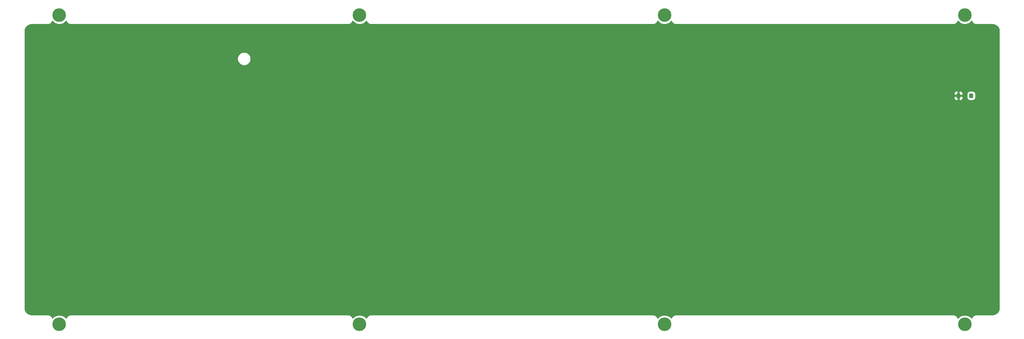
<source format=gbr>
G04 #@! TF.GenerationSoftware,KiCad,Pcbnew,(5.1.4-0-10_14)*
G04 #@! TF.CreationDate,2021-10-03T11:39:58-05:00*
G04 #@! TF.ProjectId,lucy_bottom_plate,6c756379-5f62-46f7-9474-6f6d5f706c61,rev?*
G04 #@! TF.SameCoordinates,Original*
G04 #@! TF.FileFunction,Copper,L1,Top*
G04 #@! TF.FilePolarity,Positive*
%FSLAX46Y46*%
G04 Gerber Fmt 4.6, Leading zero omitted, Abs format (unit mm)*
G04 Created by KiCad (PCBNEW (5.1.4-0-10_14)) date 2021-10-03 11:39:58*
%MOMM*%
%LPD*%
G04 APERTURE LIST*
%ADD10C,0.100000*%
%ADD11C,1.000000*%
%ADD12C,3.500000*%
%ADD13C,0.500000*%
%ADD14C,0.250000*%
%ADD15C,0.254000*%
G04 APERTURE END LIST*
D10*
G36*
X387985874Y-58920044D02*
G01*
X388010143Y-58923644D01*
X388033941Y-58929605D01*
X388057041Y-58937870D01*
X388079219Y-58948360D01*
X388100263Y-58960973D01*
X388119968Y-58975587D01*
X388138147Y-58992063D01*
X388154623Y-59010242D01*
X388169237Y-59029947D01*
X388181850Y-59050991D01*
X388192340Y-59073169D01*
X388200605Y-59096269D01*
X388206566Y-59120067D01*
X388210166Y-59144336D01*
X388211370Y-59168840D01*
X388211370Y-59868840D01*
X388210166Y-59893344D01*
X388206566Y-59917613D01*
X388200605Y-59941411D01*
X388192340Y-59964511D01*
X388181850Y-59986689D01*
X388169237Y-60007733D01*
X388154623Y-60027438D01*
X388138147Y-60045617D01*
X388119968Y-60062093D01*
X388100263Y-60076707D01*
X388079219Y-60089320D01*
X388057041Y-60099810D01*
X388033941Y-60108075D01*
X388010143Y-60114036D01*
X387985874Y-60117636D01*
X387961370Y-60118840D01*
X387461370Y-60118840D01*
X387436866Y-60117636D01*
X387412597Y-60114036D01*
X387388799Y-60108075D01*
X387365699Y-60099810D01*
X387343521Y-60089320D01*
X387322477Y-60076707D01*
X387302772Y-60062093D01*
X387284593Y-60045617D01*
X387268117Y-60027438D01*
X387253503Y-60007733D01*
X387240890Y-59986689D01*
X387230400Y-59964511D01*
X387222135Y-59941411D01*
X387216174Y-59917613D01*
X387212574Y-59893344D01*
X387211370Y-59868840D01*
X387211370Y-59168840D01*
X387212574Y-59144336D01*
X387216174Y-59120067D01*
X387222135Y-59096269D01*
X387230400Y-59073169D01*
X387240890Y-59050991D01*
X387253503Y-59029947D01*
X387268117Y-59010242D01*
X387284593Y-58992063D01*
X387302772Y-58975587D01*
X387322477Y-58960973D01*
X387343521Y-58948360D01*
X387365699Y-58937870D01*
X387388799Y-58929605D01*
X387412597Y-58923644D01*
X387436866Y-58920044D01*
X387461370Y-58918840D01*
X387961370Y-58918840D01*
X387985874Y-58920044D01*
X387985874Y-58920044D01*
G37*
D11*
X387711370Y-59518840D03*
D10*
G36*
X391285874Y-58920044D02*
G01*
X391310143Y-58923644D01*
X391333941Y-58929605D01*
X391357041Y-58937870D01*
X391379219Y-58948360D01*
X391400263Y-58960973D01*
X391419968Y-58975587D01*
X391438147Y-58992063D01*
X391454623Y-59010242D01*
X391469237Y-59029947D01*
X391481850Y-59050991D01*
X391492340Y-59073169D01*
X391500605Y-59096269D01*
X391506566Y-59120067D01*
X391510166Y-59144336D01*
X391511370Y-59168840D01*
X391511370Y-59868840D01*
X391510166Y-59893344D01*
X391506566Y-59917613D01*
X391500605Y-59941411D01*
X391492340Y-59964511D01*
X391481850Y-59986689D01*
X391469237Y-60007733D01*
X391454623Y-60027438D01*
X391438147Y-60045617D01*
X391419968Y-60062093D01*
X391400263Y-60076707D01*
X391379219Y-60089320D01*
X391357041Y-60099810D01*
X391333941Y-60108075D01*
X391310143Y-60114036D01*
X391285874Y-60117636D01*
X391261370Y-60118840D01*
X390761370Y-60118840D01*
X390736866Y-60117636D01*
X390712597Y-60114036D01*
X390688799Y-60108075D01*
X390665699Y-60099810D01*
X390643521Y-60089320D01*
X390622477Y-60076707D01*
X390602772Y-60062093D01*
X390584593Y-60045617D01*
X390568117Y-60027438D01*
X390553503Y-60007733D01*
X390540890Y-59986689D01*
X390530400Y-59964511D01*
X390522135Y-59941411D01*
X390516174Y-59917613D01*
X390512574Y-59893344D01*
X390511370Y-59868840D01*
X390511370Y-59168840D01*
X390512574Y-59144336D01*
X390516174Y-59120067D01*
X390522135Y-59096269D01*
X390530400Y-59073169D01*
X390540890Y-59050991D01*
X390553503Y-59029947D01*
X390568117Y-59010242D01*
X390584593Y-58992063D01*
X390602772Y-58975587D01*
X390622477Y-58960973D01*
X390643521Y-58948360D01*
X390665699Y-58937870D01*
X390688799Y-58929605D01*
X390712597Y-58923644D01*
X390736866Y-58920044D01*
X390761370Y-58918840D01*
X391261370Y-58918840D01*
X391285874Y-58920044D01*
X391285874Y-58920044D01*
G37*
D11*
X391011370Y-59518840D03*
D12*
X311970354Y-118454889D03*
X311970354Y-38682951D03*
X233389042Y-118454889D03*
X233389042Y-38682951D03*
X155998322Y-118454889D03*
X155998322Y-38683016D03*
X389360818Y-38683016D03*
X389360818Y-118454824D03*
D13*
X385194165Y-59518840D03*
D14*
X387711370Y-59518840D02*
X385194165Y-59518840D01*
D15*
G36*
X310450005Y-40535501D02*
G01*
X310840633Y-40796511D01*
X311274675Y-40976297D01*
X311735452Y-41067951D01*
X312205256Y-41067951D01*
X312666033Y-40976297D01*
X313100075Y-40796511D01*
X313490703Y-40535501D01*
X313757764Y-40268440D01*
X313767359Y-40299436D01*
X313790513Y-40354518D01*
X313812946Y-40410042D01*
X313817273Y-40418178D01*
X313872533Y-40520380D01*
X313905968Y-40569948D01*
X313938739Y-40620029D01*
X313944563Y-40627170D01*
X314018622Y-40716692D01*
X314061059Y-40758833D01*
X314102922Y-40801583D01*
X314110023Y-40807456D01*
X314200060Y-40880889D01*
X314249879Y-40913988D01*
X314299242Y-40947788D01*
X314307349Y-40952170D01*
X314409934Y-41006716D01*
X314465241Y-41029511D01*
X314520219Y-41053075D01*
X314529023Y-41055800D01*
X314640249Y-41089381D01*
X314698900Y-41100994D01*
X314757437Y-41113437D01*
X314766602Y-41114400D01*
X314882233Y-41125738D01*
X314882237Y-41125738D01*
X314914220Y-41128888D01*
X386416488Y-41128888D01*
X386444470Y-41126132D01*
X386448039Y-41126157D01*
X386457211Y-41125258D01*
X386572758Y-41113114D01*
X386631361Y-41101084D01*
X386690119Y-41089876D01*
X386698941Y-41087212D01*
X386809930Y-41052855D01*
X386865012Y-41029701D01*
X386920536Y-41007268D01*
X386928672Y-41002941D01*
X387030874Y-40947681D01*
X387080442Y-40914246D01*
X387130523Y-40881475D01*
X387137664Y-40875651D01*
X387227186Y-40801592D01*
X387269327Y-40759155D01*
X387312077Y-40717292D01*
X387317950Y-40710191D01*
X387391383Y-40620154D01*
X387424482Y-40570335D01*
X387458282Y-40520972D01*
X387462664Y-40512865D01*
X387517210Y-40410280D01*
X387540005Y-40354973D01*
X387563569Y-40299995D01*
X387566294Y-40291191D01*
X387573205Y-40268302D01*
X387840469Y-40535566D01*
X388231097Y-40796576D01*
X388665139Y-40976362D01*
X389125916Y-41068016D01*
X389595720Y-41068016D01*
X390056497Y-40976362D01*
X390490539Y-40796576D01*
X390881167Y-40535566D01*
X391148317Y-40268416D01*
X391157919Y-40299436D01*
X391181073Y-40354518D01*
X391203506Y-40410042D01*
X391207833Y-40418178D01*
X391263093Y-40520380D01*
X391296528Y-40569948D01*
X391329299Y-40620029D01*
X391335123Y-40627170D01*
X391409182Y-40716692D01*
X391451619Y-40758833D01*
X391493482Y-40801583D01*
X391500583Y-40807456D01*
X391590620Y-40880889D01*
X391640439Y-40913988D01*
X391689802Y-40947788D01*
X391697909Y-40952170D01*
X391800494Y-41006716D01*
X391855801Y-41029511D01*
X391910779Y-41053075D01*
X391919583Y-41055800D01*
X392030809Y-41089381D01*
X392089460Y-41100994D01*
X392147997Y-41113437D01*
X392157162Y-41114400D01*
X392272793Y-41125738D01*
X392272808Y-41125738D01*
X392304801Y-41128888D01*
X396472881Y-41128761D01*
X396838861Y-41164646D01*
X397159864Y-41261562D01*
X397455930Y-41418983D01*
X397715777Y-41630909D01*
X397929515Y-41889272D01*
X398088998Y-42184230D01*
X398188154Y-42504552D01*
X398226411Y-42868543D01*
X398226410Y-114255541D01*
X398190524Y-114621531D01*
X398093607Y-114942538D01*
X397936187Y-115238599D01*
X397724259Y-115498448D01*
X397465896Y-115712186D01*
X397170940Y-115871668D01*
X396850618Y-115970824D01*
X396486642Y-116009079D01*
X392305169Y-116008952D01*
X392277177Y-116011708D01*
X392273596Y-116011683D01*
X392264425Y-116012582D01*
X392148877Y-116024726D01*
X392090267Y-116036757D01*
X392031517Y-116047964D01*
X392022695Y-116050628D01*
X391911706Y-116084985D01*
X391856624Y-116108139D01*
X391801100Y-116130572D01*
X391792964Y-116134899D01*
X391690762Y-116190159D01*
X391641171Y-116223609D01*
X391591113Y-116256365D01*
X391583972Y-116262189D01*
X391494450Y-116336248D01*
X391452309Y-116378685D01*
X391409559Y-116420548D01*
X391403686Y-116427649D01*
X391330254Y-116517686D01*
X391297165Y-116567490D01*
X391263355Y-116616868D01*
X391258972Y-116624974D01*
X391204427Y-116727560D01*
X391181640Y-116782846D01*
X391158067Y-116837845D01*
X391155342Y-116846648D01*
X391148431Y-116869538D01*
X390881167Y-116602274D01*
X390490539Y-116341264D01*
X390056497Y-116161478D01*
X389595720Y-116069824D01*
X389125916Y-116069824D01*
X388665139Y-116161478D01*
X388231097Y-116341264D01*
X387840469Y-116602274D01*
X387573319Y-116869424D01*
X387563717Y-116838404D01*
X387540563Y-116783322D01*
X387518130Y-116727798D01*
X387513803Y-116719662D01*
X387458543Y-116617460D01*
X387425093Y-116567869D01*
X387392337Y-116517811D01*
X387386513Y-116510670D01*
X387312454Y-116421148D01*
X387270017Y-116379007D01*
X387228154Y-116336257D01*
X387221053Y-116330384D01*
X387131016Y-116256952D01*
X387081212Y-116223863D01*
X387031834Y-116190053D01*
X387023728Y-116185670D01*
X386921142Y-116131125D01*
X386865856Y-116108338D01*
X386810857Y-116084765D01*
X386802054Y-116082040D01*
X386690827Y-116048459D01*
X386632176Y-116036846D01*
X386573639Y-116024403D01*
X386564474Y-116023440D01*
X386448844Y-116012102D01*
X386448838Y-116012102D01*
X386416855Y-116008952D01*
X314914689Y-116009017D01*
X314886717Y-116011772D01*
X314883137Y-116011747D01*
X314873966Y-116012646D01*
X314758418Y-116024790D01*
X314699808Y-116036821D01*
X314641058Y-116048028D01*
X314632236Y-116050692D01*
X314521247Y-116085049D01*
X314466165Y-116108203D01*
X314410641Y-116130636D01*
X314402505Y-116134963D01*
X314300303Y-116190223D01*
X314250712Y-116223673D01*
X314200654Y-116256429D01*
X314193513Y-116262253D01*
X314103991Y-116336312D01*
X314061850Y-116378749D01*
X314019100Y-116420612D01*
X314013227Y-116427713D01*
X313939795Y-116517750D01*
X313906706Y-116567554D01*
X313872896Y-116616932D01*
X313868513Y-116625038D01*
X313813968Y-116727624D01*
X313791181Y-116782910D01*
X313767608Y-116837909D01*
X313764883Y-116846712D01*
X313757971Y-116869607D01*
X313490703Y-116602339D01*
X313100075Y-116341329D01*
X312666033Y-116161543D01*
X312205256Y-116069889D01*
X311735452Y-116069889D01*
X311274675Y-116161543D01*
X310840633Y-116341329D01*
X310450005Y-116602339D01*
X310182859Y-116869485D01*
X310173258Y-116838468D01*
X310150104Y-116783386D01*
X310127671Y-116727862D01*
X310123344Y-116719726D01*
X310068084Y-116617524D01*
X310034634Y-116567933D01*
X310001878Y-116517875D01*
X309996054Y-116510734D01*
X309921995Y-116421212D01*
X309879558Y-116379071D01*
X309837695Y-116336321D01*
X309830594Y-116330448D01*
X309740557Y-116257016D01*
X309690753Y-116223927D01*
X309641375Y-116190117D01*
X309633269Y-116185734D01*
X309530683Y-116131189D01*
X309475397Y-116108402D01*
X309420398Y-116084829D01*
X309411595Y-116082104D01*
X309300368Y-116048523D01*
X309241717Y-116036910D01*
X309183180Y-116024467D01*
X309174015Y-116023504D01*
X309058385Y-116012166D01*
X309058370Y-116012166D01*
X309026397Y-116009017D01*
X236333405Y-116008952D01*
X236305423Y-116011708D01*
X236301852Y-116011683D01*
X236292681Y-116012582D01*
X236177133Y-116024726D01*
X236118523Y-116036757D01*
X236059773Y-116047964D01*
X236050951Y-116050628D01*
X235939962Y-116084985D01*
X235884880Y-116108139D01*
X235829356Y-116130572D01*
X235821220Y-116134899D01*
X235719018Y-116190159D01*
X235669427Y-116223609D01*
X235619369Y-116256365D01*
X235612228Y-116262189D01*
X235522706Y-116336248D01*
X235480565Y-116378685D01*
X235437815Y-116420548D01*
X235431942Y-116427649D01*
X235358510Y-116517686D01*
X235325421Y-116567490D01*
X235291611Y-116616868D01*
X235287228Y-116624974D01*
X235232683Y-116727560D01*
X235209896Y-116782846D01*
X235186323Y-116837845D01*
X235183598Y-116846648D01*
X235176665Y-116869613D01*
X234909391Y-116602339D01*
X234518763Y-116341329D01*
X234084721Y-116161543D01*
X233623944Y-116069889D01*
X233154140Y-116069889D01*
X232693363Y-116161543D01*
X232259321Y-116341329D01*
X231868693Y-116602339D01*
X231601583Y-116869449D01*
X231591973Y-116838404D01*
X231568819Y-116783322D01*
X231546386Y-116727798D01*
X231542059Y-116719662D01*
X231486799Y-116617460D01*
X231453349Y-116567869D01*
X231420593Y-116517811D01*
X231414769Y-116510670D01*
X231340710Y-116421148D01*
X231298273Y-116379007D01*
X231256410Y-116336257D01*
X231249309Y-116330384D01*
X231159272Y-116256952D01*
X231109468Y-116223863D01*
X231060090Y-116190053D01*
X231051984Y-116185670D01*
X230949398Y-116131125D01*
X230894112Y-116108338D01*
X230839113Y-116084765D01*
X230830310Y-116082040D01*
X230719083Y-116048459D01*
X230660432Y-116036846D01*
X230601895Y-116024403D01*
X230592730Y-116023440D01*
X230477100Y-116012102D01*
X230477094Y-116012102D01*
X230445111Y-116008952D01*
X158942657Y-116009017D01*
X158914685Y-116011772D01*
X158911105Y-116011747D01*
X158901934Y-116012646D01*
X158786386Y-116024790D01*
X158727776Y-116036821D01*
X158669026Y-116048028D01*
X158660204Y-116050692D01*
X158549215Y-116085049D01*
X158494133Y-116108203D01*
X158438609Y-116130636D01*
X158430473Y-116134963D01*
X158328271Y-116190223D01*
X158278680Y-116223673D01*
X158228622Y-116256429D01*
X158221481Y-116262253D01*
X158131959Y-116336312D01*
X158089818Y-116378749D01*
X158047068Y-116420612D01*
X158041195Y-116427713D01*
X157967763Y-116517750D01*
X157934674Y-116567554D01*
X157900864Y-116616932D01*
X157896481Y-116625038D01*
X157841936Y-116727624D01*
X157819149Y-116782910D01*
X157795576Y-116837909D01*
X157792851Y-116846712D01*
X157785939Y-116869607D01*
X157518671Y-116602339D01*
X157128043Y-116341329D01*
X156694001Y-116161543D01*
X156233224Y-116069889D01*
X155763420Y-116069889D01*
X155302643Y-116161543D01*
X154868601Y-116341329D01*
X154477973Y-116602339D01*
X154210827Y-116869485D01*
X154201226Y-116838468D01*
X154178072Y-116783386D01*
X154155639Y-116727862D01*
X154151312Y-116719726D01*
X154096052Y-116617524D01*
X154062602Y-116567933D01*
X154029846Y-116517875D01*
X154024022Y-116510734D01*
X153949963Y-116421212D01*
X153907526Y-116379071D01*
X153865663Y-116336321D01*
X153858562Y-116330448D01*
X153768525Y-116257016D01*
X153718721Y-116223927D01*
X153669343Y-116190117D01*
X153661237Y-116185734D01*
X153558651Y-116131189D01*
X153503365Y-116108402D01*
X153448366Y-116084829D01*
X153439563Y-116082104D01*
X153328336Y-116048523D01*
X153269685Y-116036910D01*
X153211148Y-116024467D01*
X153201983Y-116023504D01*
X153086353Y-116012166D01*
X153086341Y-116012166D01*
X153054354Y-116009016D01*
X148886389Y-116009080D01*
X148520399Y-115973194D01*
X148199392Y-115876277D01*
X147903331Y-115718857D01*
X147643482Y-115506929D01*
X147429744Y-115248566D01*
X147270262Y-114953610D01*
X147171106Y-114633288D01*
X147132850Y-114269307D01*
X147132850Y-60118840D01*
X386573298Y-60118840D01*
X386585558Y-60243322D01*
X386621868Y-60363020D01*
X386680833Y-60473334D01*
X386760185Y-60570025D01*
X386856876Y-60649377D01*
X386967190Y-60708342D01*
X387086888Y-60744652D01*
X387211370Y-60756912D01*
X387425620Y-60753840D01*
X387584370Y-60595090D01*
X387584370Y-59645840D01*
X387838370Y-59645840D01*
X387838370Y-60595090D01*
X387997120Y-60753840D01*
X388211370Y-60756912D01*
X388335852Y-60744652D01*
X388455550Y-60708342D01*
X388565864Y-60649377D01*
X388662555Y-60570025D01*
X388741907Y-60473334D01*
X388800872Y-60363020D01*
X388837182Y-60243322D01*
X388849442Y-60118840D01*
X388846370Y-59804590D01*
X388687620Y-59645840D01*
X387838370Y-59645840D01*
X387584370Y-59645840D01*
X386735120Y-59645840D01*
X386576370Y-59804590D01*
X386573298Y-60118840D01*
X147132850Y-60118840D01*
X147132850Y-58918840D01*
X386573298Y-58918840D01*
X386576370Y-59233090D01*
X386735120Y-59391840D01*
X387584370Y-59391840D01*
X387584370Y-58442590D01*
X387838370Y-58442590D01*
X387838370Y-59391840D01*
X388687620Y-59391840D01*
X388846370Y-59233090D01*
X388846998Y-59168840D01*
X389873298Y-59168840D01*
X389873298Y-59868840D01*
X389890362Y-60042094D01*
X389940898Y-60208690D01*
X390022965Y-60362226D01*
X390133408Y-60496802D01*
X390267984Y-60607245D01*
X390421520Y-60689312D01*
X390588116Y-60739848D01*
X390761370Y-60756912D01*
X391261370Y-60756912D01*
X391434624Y-60739848D01*
X391601220Y-60689312D01*
X391754756Y-60607245D01*
X391889332Y-60496802D01*
X391999775Y-60362226D01*
X392081842Y-60208690D01*
X392132378Y-60042094D01*
X392149442Y-59868840D01*
X392149442Y-59168840D01*
X392132378Y-58995586D01*
X392081842Y-58828990D01*
X391999775Y-58675454D01*
X391889332Y-58540878D01*
X391754756Y-58430435D01*
X391601220Y-58348368D01*
X391434624Y-58297832D01*
X391261370Y-58280768D01*
X390761370Y-58280768D01*
X390588116Y-58297832D01*
X390421520Y-58348368D01*
X390267984Y-58430435D01*
X390133408Y-58540878D01*
X390022965Y-58675454D01*
X389940898Y-58828990D01*
X389890362Y-58995586D01*
X389873298Y-59168840D01*
X388846998Y-59168840D01*
X388849442Y-58918840D01*
X388837182Y-58794358D01*
X388800872Y-58674660D01*
X388741907Y-58564346D01*
X388662555Y-58467655D01*
X388565864Y-58388303D01*
X388455550Y-58329338D01*
X388335852Y-58293028D01*
X388211370Y-58280768D01*
X387997120Y-58283840D01*
X387838370Y-58442590D01*
X387584370Y-58442590D01*
X387425620Y-58283840D01*
X387211370Y-58280768D01*
X387086888Y-58293028D01*
X386967190Y-58329338D01*
X386856876Y-58388303D01*
X386760185Y-58467655D01*
X386680833Y-58564346D01*
X386621868Y-58674660D01*
X386585558Y-58794358D01*
X386573298Y-58918840D01*
X147132850Y-58918840D01*
X147132850Y-49823061D01*
X201888474Y-49823061D01*
X201888474Y-50164827D01*
X201955149Y-50500025D01*
X202085937Y-50815775D01*
X202275811Y-51099942D01*
X202517476Y-51341607D01*
X202801643Y-51531481D01*
X203117393Y-51662269D01*
X203452591Y-51728944D01*
X203794357Y-51728944D01*
X204129555Y-51662269D01*
X204445305Y-51531481D01*
X204729472Y-51341607D01*
X204971137Y-51099942D01*
X205161011Y-50815775D01*
X205291799Y-50500025D01*
X205358474Y-50164827D01*
X205358474Y-49823061D01*
X205291799Y-49487863D01*
X205161011Y-49172113D01*
X204971137Y-48887946D01*
X204729472Y-48646281D01*
X204445305Y-48456407D01*
X204129555Y-48325619D01*
X203794357Y-48258944D01*
X203452591Y-48258944D01*
X203117393Y-48325619D01*
X202801643Y-48456407D01*
X202517476Y-48646281D01*
X202275811Y-48887946D01*
X202085937Y-49172113D01*
X201955149Y-49487863D01*
X201888474Y-49823061D01*
X147132850Y-49823061D01*
X147132850Y-42882299D01*
X147168736Y-42516309D01*
X147265652Y-42195306D01*
X147423073Y-41899240D01*
X147634999Y-41639393D01*
X147893362Y-41425655D01*
X148188320Y-41266172D01*
X148508642Y-41167016D01*
X148872618Y-41128761D01*
X153054163Y-41128888D01*
X153082155Y-41126132D01*
X153085735Y-41126157D01*
X153094907Y-41125258D01*
X153210454Y-41113114D01*
X153269057Y-41101084D01*
X153327815Y-41089876D01*
X153336637Y-41087212D01*
X153447626Y-41052855D01*
X153502708Y-41029701D01*
X153558232Y-41007268D01*
X153566368Y-41002941D01*
X153668570Y-40947681D01*
X153718138Y-40914246D01*
X153768219Y-40881475D01*
X153775360Y-40875651D01*
X153864882Y-40801592D01*
X153907023Y-40759155D01*
X153949773Y-40717292D01*
X153955646Y-40710191D01*
X154029079Y-40620154D01*
X154062178Y-40570335D01*
X154095978Y-40520972D01*
X154100360Y-40512865D01*
X154154906Y-40410280D01*
X154177701Y-40354973D01*
X154201265Y-40299995D01*
X154203990Y-40291191D01*
X154210856Y-40268449D01*
X154477973Y-40535566D01*
X154868601Y-40796576D01*
X155302643Y-40976362D01*
X155763420Y-41068016D01*
X156233224Y-41068016D01*
X156694001Y-40976362D01*
X157128043Y-40796576D01*
X157518671Y-40535566D01*
X157785967Y-40268270D01*
X157795615Y-40299436D01*
X157818769Y-40354518D01*
X157841202Y-40410042D01*
X157845529Y-40418178D01*
X157900789Y-40520380D01*
X157934224Y-40569948D01*
X157966995Y-40620029D01*
X157972819Y-40627170D01*
X158046878Y-40716692D01*
X158089315Y-40758833D01*
X158131178Y-40801583D01*
X158138279Y-40807456D01*
X158228316Y-40880889D01*
X158278135Y-40913988D01*
X158327498Y-40947788D01*
X158335605Y-40952170D01*
X158438190Y-41006716D01*
X158493497Y-41029511D01*
X158548475Y-41053075D01*
X158557279Y-41055800D01*
X158668505Y-41089381D01*
X158727156Y-41100994D01*
X158785693Y-41113437D01*
X158794858Y-41114400D01*
X158910489Y-41125738D01*
X158910493Y-41125738D01*
X158942476Y-41128888D01*
X230444744Y-41128888D01*
X230472726Y-41126132D01*
X230476295Y-41126157D01*
X230485467Y-41125258D01*
X230601014Y-41113114D01*
X230659617Y-41101084D01*
X230718375Y-41089876D01*
X230727197Y-41087212D01*
X230838186Y-41052855D01*
X230893268Y-41029701D01*
X230948792Y-41007268D01*
X230956928Y-41002941D01*
X231059130Y-40947681D01*
X231108698Y-40914246D01*
X231158779Y-40881475D01*
X231165920Y-40875651D01*
X231255442Y-40801592D01*
X231297583Y-40759155D01*
X231340333Y-40717292D01*
X231346206Y-40710191D01*
X231419639Y-40620154D01*
X231452738Y-40570335D01*
X231486538Y-40520972D01*
X231490920Y-40512865D01*
X231545466Y-40410280D01*
X231568261Y-40354973D01*
X231591825Y-40299995D01*
X231594550Y-40291191D01*
X231601468Y-40268276D01*
X231868693Y-40535501D01*
X232259321Y-40796511D01*
X232693363Y-40976297D01*
X233154140Y-41067951D01*
X233623944Y-41067951D01*
X234084721Y-40976297D01*
X234518763Y-40796511D01*
X234909391Y-40535501D01*
X235176550Y-40268342D01*
X235186175Y-40299436D01*
X235209329Y-40354518D01*
X235231762Y-40410042D01*
X235236089Y-40418178D01*
X235291349Y-40520380D01*
X235324784Y-40569948D01*
X235357555Y-40620029D01*
X235363379Y-40627170D01*
X235437438Y-40716692D01*
X235479875Y-40758833D01*
X235521738Y-40801583D01*
X235528839Y-40807456D01*
X235618876Y-40880889D01*
X235668695Y-40913988D01*
X235718058Y-40947788D01*
X235726165Y-40952170D01*
X235828750Y-41006716D01*
X235884057Y-41029511D01*
X235939035Y-41053075D01*
X235947839Y-41055800D01*
X236059065Y-41089381D01*
X236117716Y-41100994D01*
X236176253Y-41113437D01*
X236185418Y-41114400D01*
X236301049Y-41125738D01*
X236301053Y-41125738D01*
X236333036Y-41128888D01*
X309025928Y-41128888D01*
X309053910Y-41126132D01*
X309057479Y-41126157D01*
X309066651Y-41125258D01*
X309182198Y-41113114D01*
X309240801Y-41101084D01*
X309299559Y-41089876D01*
X309308381Y-41087212D01*
X309419370Y-41052855D01*
X309474452Y-41029701D01*
X309529976Y-41007268D01*
X309538112Y-41002941D01*
X309640314Y-40947681D01*
X309689882Y-40914246D01*
X309739963Y-40881475D01*
X309747104Y-40875651D01*
X309836626Y-40801592D01*
X309878767Y-40759155D01*
X309921517Y-40717292D01*
X309927390Y-40710191D01*
X310000823Y-40620154D01*
X310033922Y-40570335D01*
X310067722Y-40520972D01*
X310072104Y-40512865D01*
X310126650Y-40410280D01*
X310149445Y-40354973D01*
X310173009Y-40299995D01*
X310175734Y-40291191D01*
X310182682Y-40268178D01*
X310450005Y-40535501D01*
X310450005Y-40535501D01*
G37*
X310450005Y-40535501D02*
X310840633Y-40796511D01*
X311274675Y-40976297D01*
X311735452Y-41067951D01*
X312205256Y-41067951D01*
X312666033Y-40976297D01*
X313100075Y-40796511D01*
X313490703Y-40535501D01*
X313757764Y-40268440D01*
X313767359Y-40299436D01*
X313790513Y-40354518D01*
X313812946Y-40410042D01*
X313817273Y-40418178D01*
X313872533Y-40520380D01*
X313905968Y-40569948D01*
X313938739Y-40620029D01*
X313944563Y-40627170D01*
X314018622Y-40716692D01*
X314061059Y-40758833D01*
X314102922Y-40801583D01*
X314110023Y-40807456D01*
X314200060Y-40880889D01*
X314249879Y-40913988D01*
X314299242Y-40947788D01*
X314307349Y-40952170D01*
X314409934Y-41006716D01*
X314465241Y-41029511D01*
X314520219Y-41053075D01*
X314529023Y-41055800D01*
X314640249Y-41089381D01*
X314698900Y-41100994D01*
X314757437Y-41113437D01*
X314766602Y-41114400D01*
X314882233Y-41125738D01*
X314882237Y-41125738D01*
X314914220Y-41128888D01*
X386416488Y-41128888D01*
X386444470Y-41126132D01*
X386448039Y-41126157D01*
X386457211Y-41125258D01*
X386572758Y-41113114D01*
X386631361Y-41101084D01*
X386690119Y-41089876D01*
X386698941Y-41087212D01*
X386809930Y-41052855D01*
X386865012Y-41029701D01*
X386920536Y-41007268D01*
X386928672Y-41002941D01*
X387030874Y-40947681D01*
X387080442Y-40914246D01*
X387130523Y-40881475D01*
X387137664Y-40875651D01*
X387227186Y-40801592D01*
X387269327Y-40759155D01*
X387312077Y-40717292D01*
X387317950Y-40710191D01*
X387391383Y-40620154D01*
X387424482Y-40570335D01*
X387458282Y-40520972D01*
X387462664Y-40512865D01*
X387517210Y-40410280D01*
X387540005Y-40354973D01*
X387563569Y-40299995D01*
X387566294Y-40291191D01*
X387573205Y-40268302D01*
X387840469Y-40535566D01*
X388231097Y-40796576D01*
X388665139Y-40976362D01*
X389125916Y-41068016D01*
X389595720Y-41068016D01*
X390056497Y-40976362D01*
X390490539Y-40796576D01*
X390881167Y-40535566D01*
X391148317Y-40268416D01*
X391157919Y-40299436D01*
X391181073Y-40354518D01*
X391203506Y-40410042D01*
X391207833Y-40418178D01*
X391263093Y-40520380D01*
X391296528Y-40569948D01*
X391329299Y-40620029D01*
X391335123Y-40627170D01*
X391409182Y-40716692D01*
X391451619Y-40758833D01*
X391493482Y-40801583D01*
X391500583Y-40807456D01*
X391590620Y-40880889D01*
X391640439Y-40913988D01*
X391689802Y-40947788D01*
X391697909Y-40952170D01*
X391800494Y-41006716D01*
X391855801Y-41029511D01*
X391910779Y-41053075D01*
X391919583Y-41055800D01*
X392030809Y-41089381D01*
X392089460Y-41100994D01*
X392147997Y-41113437D01*
X392157162Y-41114400D01*
X392272793Y-41125738D01*
X392272808Y-41125738D01*
X392304801Y-41128888D01*
X396472881Y-41128761D01*
X396838861Y-41164646D01*
X397159864Y-41261562D01*
X397455930Y-41418983D01*
X397715777Y-41630909D01*
X397929515Y-41889272D01*
X398088998Y-42184230D01*
X398188154Y-42504552D01*
X398226411Y-42868543D01*
X398226410Y-114255541D01*
X398190524Y-114621531D01*
X398093607Y-114942538D01*
X397936187Y-115238599D01*
X397724259Y-115498448D01*
X397465896Y-115712186D01*
X397170940Y-115871668D01*
X396850618Y-115970824D01*
X396486642Y-116009079D01*
X392305169Y-116008952D01*
X392277177Y-116011708D01*
X392273596Y-116011683D01*
X392264425Y-116012582D01*
X392148877Y-116024726D01*
X392090267Y-116036757D01*
X392031517Y-116047964D01*
X392022695Y-116050628D01*
X391911706Y-116084985D01*
X391856624Y-116108139D01*
X391801100Y-116130572D01*
X391792964Y-116134899D01*
X391690762Y-116190159D01*
X391641171Y-116223609D01*
X391591113Y-116256365D01*
X391583972Y-116262189D01*
X391494450Y-116336248D01*
X391452309Y-116378685D01*
X391409559Y-116420548D01*
X391403686Y-116427649D01*
X391330254Y-116517686D01*
X391297165Y-116567490D01*
X391263355Y-116616868D01*
X391258972Y-116624974D01*
X391204427Y-116727560D01*
X391181640Y-116782846D01*
X391158067Y-116837845D01*
X391155342Y-116846648D01*
X391148431Y-116869538D01*
X390881167Y-116602274D01*
X390490539Y-116341264D01*
X390056497Y-116161478D01*
X389595720Y-116069824D01*
X389125916Y-116069824D01*
X388665139Y-116161478D01*
X388231097Y-116341264D01*
X387840469Y-116602274D01*
X387573319Y-116869424D01*
X387563717Y-116838404D01*
X387540563Y-116783322D01*
X387518130Y-116727798D01*
X387513803Y-116719662D01*
X387458543Y-116617460D01*
X387425093Y-116567869D01*
X387392337Y-116517811D01*
X387386513Y-116510670D01*
X387312454Y-116421148D01*
X387270017Y-116379007D01*
X387228154Y-116336257D01*
X387221053Y-116330384D01*
X387131016Y-116256952D01*
X387081212Y-116223863D01*
X387031834Y-116190053D01*
X387023728Y-116185670D01*
X386921142Y-116131125D01*
X386865856Y-116108338D01*
X386810857Y-116084765D01*
X386802054Y-116082040D01*
X386690827Y-116048459D01*
X386632176Y-116036846D01*
X386573639Y-116024403D01*
X386564474Y-116023440D01*
X386448844Y-116012102D01*
X386448838Y-116012102D01*
X386416855Y-116008952D01*
X314914689Y-116009017D01*
X314886717Y-116011772D01*
X314883137Y-116011747D01*
X314873966Y-116012646D01*
X314758418Y-116024790D01*
X314699808Y-116036821D01*
X314641058Y-116048028D01*
X314632236Y-116050692D01*
X314521247Y-116085049D01*
X314466165Y-116108203D01*
X314410641Y-116130636D01*
X314402505Y-116134963D01*
X314300303Y-116190223D01*
X314250712Y-116223673D01*
X314200654Y-116256429D01*
X314193513Y-116262253D01*
X314103991Y-116336312D01*
X314061850Y-116378749D01*
X314019100Y-116420612D01*
X314013227Y-116427713D01*
X313939795Y-116517750D01*
X313906706Y-116567554D01*
X313872896Y-116616932D01*
X313868513Y-116625038D01*
X313813968Y-116727624D01*
X313791181Y-116782910D01*
X313767608Y-116837909D01*
X313764883Y-116846712D01*
X313757971Y-116869607D01*
X313490703Y-116602339D01*
X313100075Y-116341329D01*
X312666033Y-116161543D01*
X312205256Y-116069889D01*
X311735452Y-116069889D01*
X311274675Y-116161543D01*
X310840633Y-116341329D01*
X310450005Y-116602339D01*
X310182859Y-116869485D01*
X310173258Y-116838468D01*
X310150104Y-116783386D01*
X310127671Y-116727862D01*
X310123344Y-116719726D01*
X310068084Y-116617524D01*
X310034634Y-116567933D01*
X310001878Y-116517875D01*
X309996054Y-116510734D01*
X309921995Y-116421212D01*
X309879558Y-116379071D01*
X309837695Y-116336321D01*
X309830594Y-116330448D01*
X309740557Y-116257016D01*
X309690753Y-116223927D01*
X309641375Y-116190117D01*
X309633269Y-116185734D01*
X309530683Y-116131189D01*
X309475397Y-116108402D01*
X309420398Y-116084829D01*
X309411595Y-116082104D01*
X309300368Y-116048523D01*
X309241717Y-116036910D01*
X309183180Y-116024467D01*
X309174015Y-116023504D01*
X309058385Y-116012166D01*
X309058370Y-116012166D01*
X309026397Y-116009017D01*
X236333405Y-116008952D01*
X236305423Y-116011708D01*
X236301852Y-116011683D01*
X236292681Y-116012582D01*
X236177133Y-116024726D01*
X236118523Y-116036757D01*
X236059773Y-116047964D01*
X236050951Y-116050628D01*
X235939962Y-116084985D01*
X235884880Y-116108139D01*
X235829356Y-116130572D01*
X235821220Y-116134899D01*
X235719018Y-116190159D01*
X235669427Y-116223609D01*
X235619369Y-116256365D01*
X235612228Y-116262189D01*
X235522706Y-116336248D01*
X235480565Y-116378685D01*
X235437815Y-116420548D01*
X235431942Y-116427649D01*
X235358510Y-116517686D01*
X235325421Y-116567490D01*
X235291611Y-116616868D01*
X235287228Y-116624974D01*
X235232683Y-116727560D01*
X235209896Y-116782846D01*
X235186323Y-116837845D01*
X235183598Y-116846648D01*
X235176665Y-116869613D01*
X234909391Y-116602339D01*
X234518763Y-116341329D01*
X234084721Y-116161543D01*
X233623944Y-116069889D01*
X233154140Y-116069889D01*
X232693363Y-116161543D01*
X232259321Y-116341329D01*
X231868693Y-116602339D01*
X231601583Y-116869449D01*
X231591973Y-116838404D01*
X231568819Y-116783322D01*
X231546386Y-116727798D01*
X231542059Y-116719662D01*
X231486799Y-116617460D01*
X231453349Y-116567869D01*
X231420593Y-116517811D01*
X231414769Y-116510670D01*
X231340710Y-116421148D01*
X231298273Y-116379007D01*
X231256410Y-116336257D01*
X231249309Y-116330384D01*
X231159272Y-116256952D01*
X231109468Y-116223863D01*
X231060090Y-116190053D01*
X231051984Y-116185670D01*
X230949398Y-116131125D01*
X230894112Y-116108338D01*
X230839113Y-116084765D01*
X230830310Y-116082040D01*
X230719083Y-116048459D01*
X230660432Y-116036846D01*
X230601895Y-116024403D01*
X230592730Y-116023440D01*
X230477100Y-116012102D01*
X230477094Y-116012102D01*
X230445111Y-116008952D01*
X158942657Y-116009017D01*
X158914685Y-116011772D01*
X158911105Y-116011747D01*
X158901934Y-116012646D01*
X158786386Y-116024790D01*
X158727776Y-116036821D01*
X158669026Y-116048028D01*
X158660204Y-116050692D01*
X158549215Y-116085049D01*
X158494133Y-116108203D01*
X158438609Y-116130636D01*
X158430473Y-116134963D01*
X158328271Y-116190223D01*
X158278680Y-116223673D01*
X158228622Y-116256429D01*
X158221481Y-116262253D01*
X158131959Y-116336312D01*
X158089818Y-116378749D01*
X158047068Y-116420612D01*
X158041195Y-116427713D01*
X157967763Y-116517750D01*
X157934674Y-116567554D01*
X157900864Y-116616932D01*
X157896481Y-116625038D01*
X157841936Y-116727624D01*
X157819149Y-116782910D01*
X157795576Y-116837909D01*
X157792851Y-116846712D01*
X157785939Y-116869607D01*
X157518671Y-116602339D01*
X157128043Y-116341329D01*
X156694001Y-116161543D01*
X156233224Y-116069889D01*
X155763420Y-116069889D01*
X155302643Y-116161543D01*
X154868601Y-116341329D01*
X154477973Y-116602339D01*
X154210827Y-116869485D01*
X154201226Y-116838468D01*
X154178072Y-116783386D01*
X154155639Y-116727862D01*
X154151312Y-116719726D01*
X154096052Y-116617524D01*
X154062602Y-116567933D01*
X154029846Y-116517875D01*
X154024022Y-116510734D01*
X153949963Y-116421212D01*
X153907526Y-116379071D01*
X153865663Y-116336321D01*
X153858562Y-116330448D01*
X153768525Y-116257016D01*
X153718721Y-116223927D01*
X153669343Y-116190117D01*
X153661237Y-116185734D01*
X153558651Y-116131189D01*
X153503365Y-116108402D01*
X153448366Y-116084829D01*
X153439563Y-116082104D01*
X153328336Y-116048523D01*
X153269685Y-116036910D01*
X153211148Y-116024467D01*
X153201983Y-116023504D01*
X153086353Y-116012166D01*
X153086341Y-116012166D01*
X153054354Y-116009016D01*
X148886389Y-116009080D01*
X148520399Y-115973194D01*
X148199392Y-115876277D01*
X147903331Y-115718857D01*
X147643482Y-115506929D01*
X147429744Y-115248566D01*
X147270262Y-114953610D01*
X147171106Y-114633288D01*
X147132850Y-114269307D01*
X147132850Y-60118840D01*
X386573298Y-60118840D01*
X386585558Y-60243322D01*
X386621868Y-60363020D01*
X386680833Y-60473334D01*
X386760185Y-60570025D01*
X386856876Y-60649377D01*
X386967190Y-60708342D01*
X387086888Y-60744652D01*
X387211370Y-60756912D01*
X387425620Y-60753840D01*
X387584370Y-60595090D01*
X387584370Y-59645840D01*
X387838370Y-59645840D01*
X387838370Y-60595090D01*
X387997120Y-60753840D01*
X388211370Y-60756912D01*
X388335852Y-60744652D01*
X388455550Y-60708342D01*
X388565864Y-60649377D01*
X388662555Y-60570025D01*
X388741907Y-60473334D01*
X388800872Y-60363020D01*
X388837182Y-60243322D01*
X388849442Y-60118840D01*
X388846370Y-59804590D01*
X388687620Y-59645840D01*
X387838370Y-59645840D01*
X387584370Y-59645840D01*
X386735120Y-59645840D01*
X386576370Y-59804590D01*
X386573298Y-60118840D01*
X147132850Y-60118840D01*
X147132850Y-58918840D01*
X386573298Y-58918840D01*
X386576370Y-59233090D01*
X386735120Y-59391840D01*
X387584370Y-59391840D01*
X387584370Y-58442590D01*
X387838370Y-58442590D01*
X387838370Y-59391840D01*
X388687620Y-59391840D01*
X388846370Y-59233090D01*
X388846998Y-59168840D01*
X389873298Y-59168840D01*
X389873298Y-59868840D01*
X389890362Y-60042094D01*
X389940898Y-60208690D01*
X390022965Y-60362226D01*
X390133408Y-60496802D01*
X390267984Y-60607245D01*
X390421520Y-60689312D01*
X390588116Y-60739848D01*
X390761370Y-60756912D01*
X391261370Y-60756912D01*
X391434624Y-60739848D01*
X391601220Y-60689312D01*
X391754756Y-60607245D01*
X391889332Y-60496802D01*
X391999775Y-60362226D01*
X392081842Y-60208690D01*
X392132378Y-60042094D01*
X392149442Y-59868840D01*
X392149442Y-59168840D01*
X392132378Y-58995586D01*
X392081842Y-58828990D01*
X391999775Y-58675454D01*
X391889332Y-58540878D01*
X391754756Y-58430435D01*
X391601220Y-58348368D01*
X391434624Y-58297832D01*
X391261370Y-58280768D01*
X390761370Y-58280768D01*
X390588116Y-58297832D01*
X390421520Y-58348368D01*
X390267984Y-58430435D01*
X390133408Y-58540878D01*
X390022965Y-58675454D01*
X389940898Y-58828990D01*
X389890362Y-58995586D01*
X389873298Y-59168840D01*
X388846998Y-59168840D01*
X388849442Y-58918840D01*
X388837182Y-58794358D01*
X388800872Y-58674660D01*
X388741907Y-58564346D01*
X388662555Y-58467655D01*
X388565864Y-58388303D01*
X388455550Y-58329338D01*
X388335852Y-58293028D01*
X388211370Y-58280768D01*
X387997120Y-58283840D01*
X387838370Y-58442590D01*
X387584370Y-58442590D01*
X387425620Y-58283840D01*
X387211370Y-58280768D01*
X387086888Y-58293028D01*
X386967190Y-58329338D01*
X386856876Y-58388303D01*
X386760185Y-58467655D01*
X386680833Y-58564346D01*
X386621868Y-58674660D01*
X386585558Y-58794358D01*
X386573298Y-58918840D01*
X147132850Y-58918840D01*
X147132850Y-49823061D01*
X201888474Y-49823061D01*
X201888474Y-50164827D01*
X201955149Y-50500025D01*
X202085937Y-50815775D01*
X202275811Y-51099942D01*
X202517476Y-51341607D01*
X202801643Y-51531481D01*
X203117393Y-51662269D01*
X203452591Y-51728944D01*
X203794357Y-51728944D01*
X204129555Y-51662269D01*
X204445305Y-51531481D01*
X204729472Y-51341607D01*
X204971137Y-51099942D01*
X205161011Y-50815775D01*
X205291799Y-50500025D01*
X205358474Y-50164827D01*
X205358474Y-49823061D01*
X205291799Y-49487863D01*
X205161011Y-49172113D01*
X204971137Y-48887946D01*
X204729472Y-48646281D01*
X204445305Y-48456407D01*
X204129555Y-48325619D01*
X203794357Y-48258944D01*
X203452591Y-48258944D01*
X203117393Y-48325619D01*
X202801643Y-48456407D01*
X202517476Y-48646281D01*
X202275811Y-48887946D01*
X202085937Y-49172113D01*
X201955149Y-49487863D01*
X201888474Y-49823061D01*
X147132850Y-49823061D01*
X147132850Y-42882299D01*
X147168736Y-42516309D01*
X147265652Y-42195306D01*
X147423073Y-41899240D01*
X147634999Y-41639393D01*
X147893362Y-41425655D01*
X148188320Y-41266172D01*
X148508642Y-41167016D01*
X148872618Y-41128761D01*
X153054163Y-41128888D01*
X153082155Y-41126132D01*
X153085735Y-41126157D01*
X153094907Y-41125258D01*
X153210454Y-41113114D01*
X153269057Y-41101084D01*
X153327815Y-41089876D01*
X153336637Y-41087212D01*
X153447626Y-41052855D01*
X153502708Y-41029701D01*
X153558232Y-41007268D01*
X153566368Y-41002941D01*
X153668570Y-40947681D01*
X153718138Y-40914246D01*
X153768219Y-40881475D01*
X153775360Y-40875651D01*
X153864882Y-40801592D01*
X153907023Y-40759155D01*
X153949773Y-40717292D01*
X153955646Y-40710191D01*
X154029079Y-40620154D01*
X154062178Y-40570335D01*
X154095978Y-40520972D01*
X154100360Y-40512865D01*
X154154906Y-40410280D01*
X154177701Y-40354973D01*
X154201265Y-40299995D01*
X154203990Y-40291191D01*
X154210856Y-40268449D01*
X154477973Y-40535566D01*
X154868601Y-40796576D01*
X155302643Y-40976362D01*
X155763420Y-41068016D01*
X156233224Y-41068016D01*
X156694001Y-40976362D01*
X157128043Y-40796576D01*
X157518671Y-40535566D01*
X157785967Y-40268270D01*
X157795615Y-40299436D01*
X157818769Y-40354518D01*
X157841202Y-40410042D01*
X157845529Y-40418178D01*
X157900789Y-40520380D01*
X157934224Y-40569948D01*
X157966995Y-40620029D01*
X157972819Y-40627170D01*
X158046878Y-40716692D01*
X158089315Y-40758833D01*
X158131178Y-40801583D01*
X158138279Y-40807456D01*
X158228316Y-40880889D01*
X158278135Y-40913988D01*
X158327498Y-40947788D01*
X158335605Y-40952170D01*
X158438190Y-41006716D01*
X158493497Y-41029511D01*
X158548475Y-41053075D01*
X158557279Y-41055800D01*
X158668505Y-41089381D01*
X158727156Y-41100994D01*
X158785693Y-41113437D01*
X158794858Y-41114400D01*
X158910489Y-41125738D01*
X158910493Y-41125738D01*
X158942476Y-41128888D01*
X230444744Y-41128888D01*
X230472726Y-41126132D01*
X230476295Y-41126157D01*
X230485467Y-41125258D01*
X230601014Y-41113114D01*
X230659617Y-41101084D01*
X230718375Y-41089876D01*
X230727197Y-41087212D01*
X230838186Y-41052855D01*
X230893268Y-41029701D01*
X230948792Y-41007268D01*
X230956928Y-41002941D01*
X231059130Y-40947681D01*
X231108698Y-40914246D01*
X231158779Y-40881475D01*
X231165920Y-40875651D01*
X231255442Y-40801592D01*
X231297583Y-40759155D01*
X231340333Y-40717292D01*
X231346206Y-40710191D01*
X231419639Y-40620154D01*
X231452738Y-40570335D01*
X231486538Y-40520972D01*
X231490920Y-40512865D01*
X231545466Y-40410280D01*
X231568261Y-40354973D01*
X231591825Y-40299995D01*
X231594550Y-40291191D01*
X231601468Y-40268276D01*
X231868693Y-40535501D01*
X232259321Y-40796511D01*
X232693363Y-40976297D01*
X233154140Y-41067951D01*
X233623944Y-41067951D01*
X234084721Y-40976297D01*
X234518763Y-40796511D01*
X234909391Y-40535501D01*
X235176550Y-40268342D01*
X235186175Y-40299436D01*
X235209329Y-40354518D01*
X235231762Y-40410042D01*
X235236089Y-40418178D01*
X235291349Y-40520380D01*
X235324784Y-40569948D01*
X235357555Y-40620029D01*
X235363379Y-40627170D01*
X235437438Y-40716692D01*
X235479875Y-40758833D01*
X235521738Y-40801583D01*
X235528839Y-40807456D01*
X235618876Y-40880889D01*
X235668695Y-40913988D01*
X235718058Y-40947788D01*
X235726165Y-40952170D01*
X235828750Y-41006716D01*
X235884057Y-41029511D01*
X235939035Y-41053075D01*
X235947839Y-41055800D01*
X236059065Y-41089381D01*
X236117716Y-41100994D01*
X236176253Y-41113437D01*
X236185418Y-41114400D01*
X236301049Y-41125738D01*
X236301053Y-41125738D01*
X236333036Y-41128888D01*
X309025928Y-41128888D01*
X309053910Y-41126132D01*
X309057479Y-41126157D01*
X309066651Y-41125258D01*
X309182198Y-41113114D01*
X309240801Y-41101084D01*
X309299559Y-41089876D01*
X309308381Y-41087212D01*
X309419370Y-41052855D01*
X309474452Y-41029701D01*
X309529976Y-41007268D01*
X309538112Y-41002941D01*
X309640314Y-40947681D01*
X309689882Y-40914246D01*
X309739963Y-40881475D01*
X309747104Y-40875651D01*
X309836626Y-40801592D01*
X309878767Y-40759155D01*
X309921517Y-40717292D01*
X309927390Y-40710191D01*
X310000823Y-40620154D01*
X310033922Y-40570335D01*
X310067722Y-40520972D01*
X310072104Y-40512865D01*
X310126650Y-40410280D01*
X310149445Y-40354973D01*
X310173009Y-40299995D01*
X310175734Y-40291191D01*
X310182682Y-40268178D01*
X310450005Y-40535501D01*
M02*

</source>
